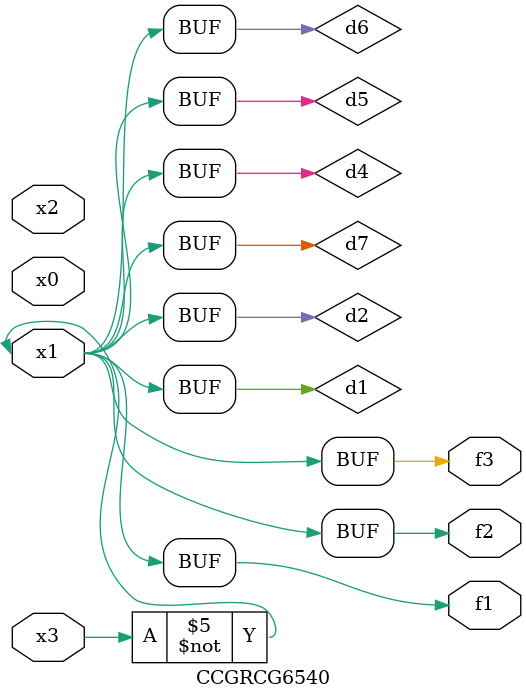
<source format=v>
module CCGRCG6540(
	input x0, x1, x2, x3,
	output f1, f2, f3
);

	wire d1, d2, d3, d4, d5, d6, d7;

	not (d1, x3);
	buf (d2, x1);
	xnor (d3, d1, d2);
	nor (d4, d1);
	buf (d5, d1, d2);
	buf (d6, d4, d5);
	nand (d7, d4);
	assign f1 = d6;
	assign f2 = d7;
	assign f3 = d6;
endmodule

</source>
